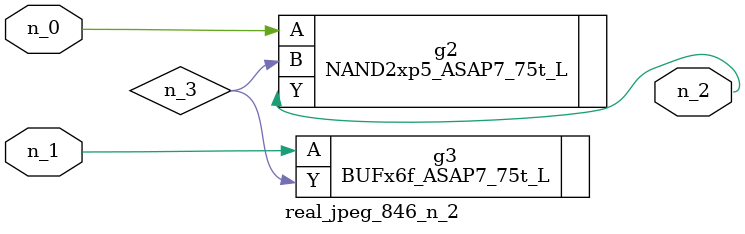
<source format=v>
module real_jpeg_846_n_2 (n_1, n_0, n_2);

input n_1;
input n_0;

output n_2;

wire n_3;

NAND2xp5_ASAP7_75t_L g2 ( 
.A(n_0),
.B(n_3),
.Y(n_2)
);

BUFx6f_ASAP7_75t_L g3 ( 
.A(n_1),
.Y(n_3)
);


endmodule
</source>
